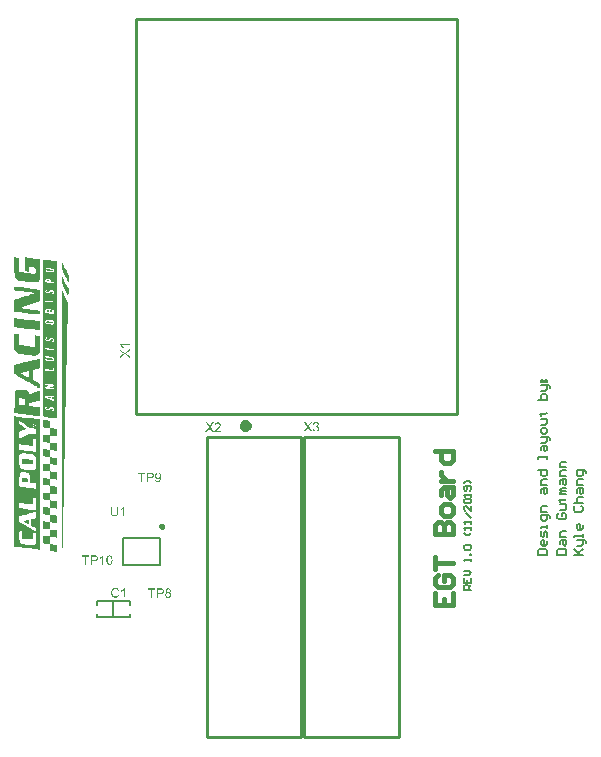
<source format=gto>
%FSLAX23Y23*%
%MOIN*%
%SFA1B1*%

%IPPOS*%
%ADD10C,0.009840*%
%ADD11C,0.019680*%
%ADD12C,0.005910*%
%ADD13C,0.007870*%
%ADD14C,0.010000*%
%ADD15C,0.015750*%
%LNegt_can-1*%
%LPD*%
G36*
X145Y1250D02*
X148D01*
X152Y1249*
X158Y1248*
X166Y1247*
X167*
X170Y1246*
X173*
X178Y1246*
X183Y1245*
X186*
X189Y1244*
X191*
Y1240*
X191Y1236*
Y1195*
X191Y1189*
Y1178*
X190Y1176*
X189Y1175*
X188Y1172*
X184Y1169*
X182Y1168*
X178Y1167*
X178*
X176*
X173*
X170*
X165*
X158Y1168*
X149Y1168*
X148*
X146Y1169*
X142Y1170*
X138Y1170*
X133*
X129Y1171*
X126Y1172*
X124*
X124*
X123Y1173*
X119Y1174*
X114Y1177*
X110Y1181*
X109Y1182*
X108Y1184*
X108Y1185*
Y1188*
X107Y1189*
Y1195*
X106Y1201*
Y1251*
X108*
X108*
X111Y1250*
X114Y1249*
X120Y1248*
Y1205*
X121Y1204*
X122Y1203*
X124Y1201*
X125*
X126*
X128*
X131Y1200*
X135Y1200*
X141Y1199*
X149Y1198*
X150*
X153Y1197*
X156*
X161Y1197*
X165Y1196*
X169*
X172Y1195*
X173*
X174*
X175Y1196*
X176Y1197*
X178Y1198*
Y1208*
X177Y1211*
X176Y1213*
Y1213*
X175Y1214*
X173Y1216*
X173Y1216*
X170Y1217*
X167Y1218*
X164*
X159Y1219*
X155*
Y1203*
X154*
X153*
X151*
X147Y1204*
X141Y1205*
Y1247*
X142Y1250*
Y1251*
X143*
X145Y1250*
G37*
G36*
X267Y1233D02*
X267Y1232D01*
X269Y1229*
X270Y1225*
X273Y1219*
X277Y1212*
X288Y1188*
Y1178*
X287Y1174*
Y1167*
X286Y1168*
X286Y1170*
X284Y1172*
X283Y1176*
X280Y1181*
X276Y1188*
X265Y1211*
Y1233*
X266Y1234*
Y1235*
X267Y1233*
G37*
G36*
Y1186D02*
X267Y1184D01*
X268Y1182*
X270Y1178*
X272Y1173*
X276Y1165*
X287Y1144*
Y1131*
X286Y1127*
X286Y1123*
Y1122*
X285Y1122*
X284Y1124*
X283Y1127*
X282Y1128*
X280Y1132*
X278Y1136*
X276Y1142*
X265Y1164*
Y1186*
X266Y1187*
Y1187*
X267Y1186*
G37*
G36*
X113Y1152D02*
X114D01*
X117*
X122Y1152*
X129Y1151*
X130*
X130*
X135Y1150*
X142Y1149*
X149Y1148*
X190Y1143*
Y1105*
X156Y1093*
X155*
X154Y1092*
X151Y1091*
X145Y1089*
X139Y1087*
X138*
X138Y1086*
X135Y1085*
X130Y1084*
X127Y1082*
X126*
X124Y1082*
X122Y1081*
X124*
X127Y1080*
X130*
X137Y1079*
X145Y1079*
X150Y1078*
X156Y1077*
X157*
X161Y1076*
X166Y1076*
X173Y1075*
X178Y1074*
X184Y1074*
X188Y1073*
X189Y1072*
X190*
X191*
Y1060*
X190*
X189*
X188*
X185Y1060*
X180*
X173Y1062*
X168*
X162Y1063*
X156Y1063*
X149Y1064*
X148*
X148*
X146Y1065*
X143*
X136Y1065*
X128Y1067*
X121Y1068*
X114Y1068*
X111*
X109Y1069*
X108*
X108*
X106Y1070*
Y1108*
X113Y1111*
X113*
X116Y1111*
X119Y1112*
X119*
X121Y1114*
X126Y1114*
X131Y1117*
X132Y1117*
X136Y1118*
X140Y1120*
X146Y1122*
X147Y1122*
X151Y1123*
X155Y1125*
X160Y1127*
X161Y1127*
X164Y1128*
X167Y1129*
X171Y1130*
X172*
X173Y1130*
X174Y1131*
X175Y1132*
X174*
X173Y1133*
X170*
X167Y1133*
X161Y1134*
X152Y1135*
X147Y1135*
X141Y1136*
X140*
X140*
X136Y1137*
X130Y1138*
X124Y1138*
X118*
X113Y1139*
X108Y1140*
X108*
X107*
X106Y1141*
Y1150*
X107Y1152*
X108Y1153*
X108*
X110*
X113Y1152*
G37*
G36*
X113Y1047D02*
X118Y1046D01*
X121*
X125Y1045*
X130Y1044*
X135Y1044*
X142Y1043*
X149Y1042*
X150*
X151*
X156Y1041*
X162Y1041*
X170Y1040*
X177Y1039*
X184Y1039*
X189Y1038*
X190*
X191*
Y1036*
X191Y1034*
Y1007*
X190*
X189*
X187Y1008*
X184*
X179Y1009*
X172Y1010*
X167Y1011*
X162Y1012*
X155Y1012*
X148Y1013*
X106Y1018*
Y1047*
X108*
X108*
X110*
X113Y1047*
G37*
G36*
X120Y996D02*
Y967D01*
X121Y964*
Y962*
X121Y961*
X122Y961*
X123Y960*
X124Y959*
X126*
X127Y958*
X130Y958*
X135*
X141Y956*
X149Y955*
X173Y952*
X175Y953*
X175*
X176Y954*
Y990*
X178*
X178*
X181Y989*
X184Y988*
X191Y987*
Y947*
X191Y942*
Y937*
X190Y933*
X189Y931*
X189Y930*
X187Y928*
X186Y927*
X184Y926*
X181Y924*
X175Y923*
X175*
X173*
X171Y923*
X168*
X164Y924*
X157Y925*
X150Y926*
X148*
X146Y926*
X142*
X137Y927*
X132Y928*
X127Y928*
X124Y929*
X121*
X121*
X119Y930*
X115Y933*
X110Y937*
X108Y941*
X106Y944*
Y996*
X108*
X108*
X111*
X115*
X120Y996*
G37*
G36*
X191Y881D02*
X181Y878D01*
X180*
X179Y877*
X175Y877*
X171Y876*
X170Y875*
X170*
X169*
Y841*
X181Y835*
X191Y828*
Y814*
X190Y815*
X186Y816*
X183Y818*
X181Y820*
X175Y822*
X170Y826*
X164Y829*
X156Y834*
X146Y839*
X135Y845*
X123Y853*
X108Y861*
X106Y861*
Y891*
X143Y900*
X144Y901*
X148Y901*
X154Y904*
X162Y905*
X162*
X163Y906*
X167Y907*
X173Y908*
X178Y909*
X178*
X181Y910*
X183Y911*
X184*
X191Y912*
Y881*
G37*
G36*
X133Y808D02*
X134D01*
X135*
X140Y807*
X146*
X148Y807*
X149*
X150Y806*
X151Y805*
X154Y801*
X155Y796*
Y794*
X156*
X157Y795*
X159Y796*
X163Y796*
X167Y798*
X173Y800*
X174*
X176Y801*
X179Y802*
X182Y804*
X186Y805*
X189Y806*
X191Y807*
X191*
Y774*
X189Y773*
X189*
X187Y772*
X186*
X185Y772*
X183Y771*
X180Y770*
X179*
X177Y770*
X174Y769*
X172*
X155Y764*
Y756*
X156Y755*
X156*
X158*
X160*
X163Y754*
X167*
X173Y753*
X174*
X176Y753*
X179Y752*
X182Y751*
X183*
X184*
X189Y751*
X190*
X191*
X191*
Y721*
X190*
X189*
X188*
X185Y721*
X180Y722*
X173Y723*
X168Y724*
X162Y724*
X156Y725*
X149Y726*
X148*
X148*
X143Y727*
X136Y727*
X129Y729*
X121Y729*
X114Y730*
X110Y731*
X108Y732*
X108*
X106*
X108Y765*
Y802*
X108Y802*
X109Y805*
X111Y807*
X113Y808*
X114*
X116Y809*
X117*
X120*
X123*
X127*
X133Y808*
G37*
G36*
X211Y1242D02*
X218Y1241D01*
X226Y1240*
X236Y1239*
X248Y1237*
X249*
Y714*
X248*
X248*
X246*
X243*
X239Y715*
X232Y716*
X224Y716*
X213Y718*
X201Y720*
X200*
Y1211*
X201Y1219*
Y1243*
X202*
X203*
X207*
X211Y1242*
G37*
G36*
X207Y708D02*
X208D01*
X208*
X213Y707*
X224Y705*
Y681*
X226*
X227*
X229Y681*
X232*
X237Y680*
X237*
X238*
X243Y679*
X247Y678*
X248*
X249*
Y654*
X248*
X247*
X245Y654*
X243*
X240*
X237Y655*
X236*
X235*
X231Y656*
X226Y657*
X225*
X224*
Y633*
X237Y631*
X237*
X238*
X243*
X247Y630*
X248*
X249*
Y605*
X248*
X247*
X245Y606*
X243*
X240*
X237Y607*
X236*
X235*
X231Y608*
X226Y608*
X225*
X224*
Y585*
X237Y583*
X237*
X238*
X243*
X246Y582*
X248*
X248*
X249*
Y557*
X248*
X247*
X245*
X243Y558*
X240*
X237Y559*
X232Y560*
X226Y560*
X224*
Y537*
X222*
X221Y538*
X218*
X216*
X212Y538*
X211*
X210*
X206Y539*
X202Y540*
X201*
X200*
Y563*
X201*
X202*
X204*
X205*
X208Y562*
X212*
X213*
X213*
X218Y562*
X221Y561*
X223*
X224Y560*
X224*
Y585*
X213Y586*
X212*
X210*
X207Y587*
X202Y587*
X202Y588*
X201*
X200*
Y611*
X202*
X203*
X205*
X209Y611*
X213Y610*
X218Y609*
X224Y608*
X224*
Y632*
X224Y633*
X223*
X221*
X218*
X212Y634*
X211*
X210*
X206Y635*
X202Y635*
X201*
X200*
Y660*
X202*
X203Y659*
X205*
X208Y659*
X212Y658*
X213*
X213*
X218Y657*
X222Y657*
X224*
X224*
Y681*
X224Y681*
X222*
X221Y682*
X218*
X216*
X212Y683*
X200Y684*
Y708*
X201*
X202*
X203*
X207Y708*
G37*
G36*
X230Y536D02*
X233Y536D01*
X237Y535*
X237*
X238*
X242*
X245Y534*
X248*
X249*
Y509*
X247*
X245Y510*
X243*
X240*
X237Y511*
X236*
X234*
X230Y511*
X226Y512*
X225*
X224*
Y489*
X224*
X223*
X221Y490*
X218*
X214Y490*
X206Y491*
X203Y492*
X200*
Y515*
X201*
X202*
X204Y514*
X206*
X210Y514*
X217Y513*
X221Y512*
X224*
Y514*
X224Y515*
Y537*
X225*
X226*
X230Y536*
G37*
G36*
X228Y488D02*
X230D01*
X234Y487*
X237Y487*
X249Y486*
Y461*
X248*
X246Y462*
X244*
X241*
X237Y463*
X237*
X235*
X232Y463*
X227Y464*
X226*
X225*
X224Y463*
Y440*
X224*
X222*
X221Y441*
X218*
X216*
X212Y441*
X200Y444*
Y467*
X201*
X202*
X204Y466*
X208*
X211Y466*
X216Y465*
X219*
X222Y464*
X224*
Y466*
X224Y467*
Y489*
X225*
X226*
X228Y488*
G37*
G36*
X231Y439D02*
X234D01*
X237Y439*
X249Y437*
Y413*
X248*
X248*
X245Y414*
X243*
X239Y414*
X231Y415*
X227Y416*
X224*
Y394*
X225Y393*
Y392*
X226*
X229*
X231Y391*
X234*
X237Y390*
X238*
X239*
X243Y390*
X247Y389*
X248*
X249*
Y365*
X247*
X245Y366*
X243*
X240*
X237Y366*
X236*
X234*
X230Y367*
X226Y368*
X225*
X224*
Y344*
X222*
X221Y345*
X218*
X216*
X212Y345*
X211*
X210*
X206Y346*
X202Y347*
X201*
X200*
Y371*
X201Y371*
X202*
X204*
X206Y370*
X209*
X213Y369*
X224Y369*
X224Y380*
Y392*
X212Y393*
X211*
X210*
X206Y394*
X202Y395*
X201*
X200*
Y417*
X201Y418*
Y419*
X202*
X204*
X206Y418*
X209*
X213Y417*
X213*
X214*
X218Y417*
X222Y416*
X224*
X224*
Y440*
X226*
X227*
X229*
X231Y439*
G37*
G36*
X227Y343D02*
X229D01*
X232Y342*
X237Y342*
X249Y341*
Y316*
X248*
X246Y317*
X244*
X241*
X237Y318*
X237*
X235*
X232Y318*
X227Y319*
X226*
X225*
X224Y318*
Y296*
X224*
X222*
X221*
X218*
X216Y296*
X212*
X200Y299*
Y323*
X201Y322*
X202*
X204*
X207Y321*
X210*
X218Y320*
X221*
X224*
Y322*
X224Y323*
Y344*
X226*
X227Y343*
G37*
G36*
X267Y1139D02*
X267Y1138D01*
X268Y1135*
X270Y1131*
X272Y1126*
X276Y1119*
X286Y1099*
X276Y683*
Y673*
X275Y665*
Y644*
X275Y632*
Y618*
X274Y603*
Y587*
X273Y569*
Y551*
X272Y514*
X271Y475*
X270Y436*
X269Y398*
Y380*
X268Y363*
Y347*
X267Y331*
Y318*
X267Y305*
Y285*
X266Y277*
Y312*
X265Y321*
Y1087*
X266Y1100*
Y1140*
X267Y1139*
G37*
G36*
X108Y720D02*
X108D01*
X110*
X113Y719*
X119Y718*
X126Y718*
X130Y717*
X136Y716*
X143Y716*
X150Y715*
X191Y710*
Y276*
X190*
X189*
X187*
X184Y277*
X179Y277*
X172Y278*
X167Y279*
X162Y280*
X156Y280*
X149Y281*
X148*
X148*
X146Y282*
X143*
X136Y283*
X128Y284*
X121Y285*
X114Y285*
X111*
X109Y286*
X108*
X108*
X106*
Y721*
X108Y720*
G37*
G36*
X229Y295D02*
X233Y294D01*
X237Y293*
X249Y293*
Y268*
X248*
X246Y269*
X245*
X245Y269*
X241*
X240*
X239Y270*
X235*
X224Y271*
Y296*
X226*
X229Y295*
G37*
G36*
X1088Y687D02*
X1099Y670D01*
X1094*
X1086Y681*
X1086Y681*
X1086Y682*
X1086Y682*
X1086Y682*
X1086Y683*
X1085Y683*
X1085Y683*
X1085Y683*
X1085Y683*
X1085Y682*
X1084Y682*
X1084Y681*
X1084Y681*
X1076Y670*
X1071*
X1083Y686*
X1072Y702*
X1077*
X1083Y694*
Y694*
X1083Y694*
X1083Y693*
X1083Y693*
X1083Y693*
X1084Y692*
X1084Y692*
X1085Y691*
X1085Y690*
X1085Y690*
X1085Y690*
X1085Y690*
X1086Y690*
X1086Y691*
X1086Y691*
X1087Y692*
X1087Y693*
X1088Y693*
X1094Y702*
X1099*
X1088Y687*
G37*
G36*
X1112Y702D02*
X1113Y702D01*
X1114Y702*
X1115Y701*
X1115Y701*
X1116Y701*
X1116*
X1116Y701*
X1117Y701*
X1117Y700*
X1117Y700*
X1118Y699*
X1119Y699*
X1119Y698*
X1120Y698*
X1120Y698*
X1120Y697*
X1120Y697*
X1120Y696*
X1120Y696*
X1121Y695*
X1121Y694*
X1121Y694*
Y694*
Y693*
X1121Y693*
X1121Y692*
X1120Y692*
X1120Y691*
X1120Y691*
X1120Y690*
X1120Y690*
X1119Y690*
X1119Y689*
X1119Y689*
X1118Y689*
X1118Y688*
X1117Y688*
X1116Y687*
X1116*
X1117Y687*
X1117Y687*
X1117Y687*
X1117Y687*
X1118Y687*
X1119Y686*
X1119Y686*
X1120Y685*
X1121Y685*
X1121Y684*
X1121Y684*
X1121Y684*
X1122Y683*
X1122Y682*
X1122Y682*
X1122Y681*
X1122Y679*
Y679*
Y679*
Y679*
X1122Y679*
X1122Y678*
X1122Y678*
X1122Y678*
X1122Y677*
X1122Y676*
X1121Y675*
X1121Y675*
X1121Y674*
X1120Y674*
X1120Y673*
X1119Y673*
X1119Y672*
X1119Y672*
X1119Y672*
X1119Y672*
X1118Y672*
X1118Y672*
X1118Y671*
X1117Y671*
X1117Y671*
X1116Y671*
X1115Y670*
X1115Y670*
X1114Y670*
X1113Y670*
X1113Y670*
X1112Y670*
X1111*
X1111Y670*
X1111Y670*
X1110Y670*
X1110Y670*
X1109Y670*
X1108Y670*
X1107Y671*
X1106Y671*
X1106Y671*
X1105Y672*
X1105Y672*
X1105Y672*
X1105Y672*
X1104Y672*
X1104Y673*
X1104Y673*
X1104Y673*
X1104Y673*
X1103Y674*
X1103Y674*
X1103Y675*
X1102Y676*
X1102Y677*
X1102Y678*
X1102Y679*
X1106Y679*
Y679*
X1106Y679*
X1106Y679*
X1106Y678*
X1106Y678*
X1106Y678*
X1106Y677*
X1106Y676*
X1107Y676*
X1107Y675*
X1108Y674*
X1108Y674*
X1108Y674*
X1108Y674*
X1109Y674*
X1109Y673*
X1110Y673*
X1111Y673*
X1112Y673*
X1112*
X1112Y673*
X1113Y673*
X1113Y673*
X1114Y673*
X1115Y674*
X1116Y674*
X1116Y675*
X1116Y675*
X1117Y675*
X1117Y675*
X1117Y676*
X1118Y677*
X1118Y677*
X1118Y678*
X1118Y679*
Y679*
Y680*
Y680*
X1118Y680*
X1118Y680*
X1118Y681*
X1118Y682*
X1117Y682*
X1117Y683*
X1116Y684*
X1116Y684*
X1116Y684*
X1116Y684*
X1115Y685*
X1115Y685*
X1114Y685*
X1113Y685*
X1112Y686*
X1112*
X1111Y685*
X1111Y685*
X1110Y685*
X1110Y685*
X1109Y685*
X1110Y689*
X1110*
X1110Y688*
X1111*
X1111Y689*
X1112Y689*
X1113Y689*
X1113Y689*
X1114Y689*
X1115Y690*
X1115*
X1115Y690*
X1115Y690*
X1115Y690*
X1116Y691*
X1116Y691*
X1116Y692*
X1117Y693*
X1117Y693*
Y694*
Y694*
Y694*
Y694*
X1117Y694*
X1117Y695*
X1116Y696*
X1116Y696*
X1116Y697*
X1115Y697*
X1115Y697*
X1115Y697*
X1115Y698*
X1114Y698*
X1114Y698*
X1113Y698*
X1112Y699*
X1112Y699*
X1111*
X1111Y699*
X1110Y698*
X1110Y698*
X1109Y698*
X1108Y698*
X1108Y697*
X1108Y697*
X1108Y697*
X1107Y697*
X1107Y696*
X1107Y696*
X1106Y695*
X1106Y694*
X1106Y693*
X1102Y694*
Y694*
X1102Y694*
X1102Y694*
X1102Y694*
X1102Y695*
X1102Y695*
X1103Y696*
X1103Y697*
X1104Y698*
X1104Y699*
X1105Y700*
X1105Y700*
X1105Y700*
X1106Y700*
X1106Y700*
X1106Y700*
X1106Y700*
X1107Y701*
X1107Y701*
X1108Y701*
X1109Y702*
X1110Y702*
X1111Y702*
X1112*
X1112Y702*
G37*
G36*
X452Y401D02*
Y401D01*
Y401*
Y400*
Y400*
X452Y400*
Y399*
X452Y399*
X452Y398*
X452Y397*
X452Y396*
X452Y394*
X451Y394*
X451Y393*
Y393*
X451Y393*
X451Y393*
X451Y393*
X451Y392*
X450Y392*
X450Y391*
X449Y390*
X448Y389*
X447Y389*
X447*
X447Y389*
X447Y389*
X447Y388*
X446Y388*
X446Y388*
X446Y388*
X445Y388*
X445Y388*
X444Y388*
X444Y387*
X443Y387*
X442Y387*
X442Y387*
X440Y387*
X440*
X439Y387*
X439*
X438Y387*
X438Y387*
X437Y387*
X436Y387*
X435Y388*
X434Y388*
X433Y388*
X433*
X433Y389*
X432Y389*
X432Y389*
X432Y389*
X431Y390*
X430Y390*
X430Y391*
X429Y392*
X429Y393*
Y393*
X429Y393*
X429Y393*
X429Y393*
X428Y394*
X428Y394*
X428Y394*
X428Y395*
X428Y396*
X428Y396*
X428Y397*
X428Y397*
X428Y398*
X428Y399*
X428Y400*
Y401*
Y419*
X432*
Y401*
Y401*
Y401*
Y400*
Y400*
X432Y400*
Y399*
X432Y399*
X432Y398*
X432Y397*
X432Y396*
X432Y395*
X432Y395*
X432Y395*
X433Y394*
X433Y394*
X433Y394*
X433Y393*
X434Y393*
X434Y392*
X435Y392*
X435Y392*
X435Y392*
X436Y391*
X436Y391*
X437Y391*
X438Y391*
X439Y391*
X440Y391*
X440*
X440Y391*
X441*
X441Y391*
X442Y391*
X443Y391*
X444Y392*
X445Y392*
X446Y392*
X446Y393*
X446Y393*
X446Y393*
X446Y393*
X446Y393*
X447Y393*
X447Y394*
X447Y394*
X447Y395*
X447Y395*
X447Y396*
X448Y396*
X448Y397*
X448Y398*
X448Y399*
X448Y400*
Y401*
Y419*
X452*
Y401*
G37*
G36*
X472Y388D02*
X468D01*
Y412*
X468Y412*
X468Y412*
X468Y412*
X467Y411*
X467Y411*
X466Y410*
X465Y410*
X465Y409*
X465*
X465Y409*
X464Y409*
X464Y409*
X463Y409*
X463Y408*
X462Y408*
X461Y408*
X461Y407*
Y411*
X461*
X461Y411*
X461Y411*
X461Y411*
X461Y412*
X462Y412*
X462Y412*
X463Y413*
X464Y413*
X465Y414*
X466Y415*
X466Y415*
X466Y415*
X466Y415*
X467Y415*
X467Y416*
X468Y416*
X468Y417*
X469Y418*
X469Y418*
X470Y419*
X472*
Y388*
G37*
G36*
X760Y685D02*
X772Y668D01*
X766*
X758Y679*
X758Y679*
X758Y680*
X758Y680*
X758Y680*
X758Y681*
X757Y681*
X757Y681*
X757Y681*
X757Y681*
X757Y680*
X756Y680*
X756Y679*
X756Y679*
X748Y668*
X743*
X755Y685*
X744Y700*
X749*
X755Y692*
Y692*
X755Y692*
X755Y691*
X755Y691*
X755Y691*
X756Y690*
X756Y690*
X757Y689*
X757Y688*
X757Y688*
X757Y688*
X758Y688*
X758Y688*
X758Y689*
X758Y689*
X759Y690*
X759Y691*
X760Y691*
X766Y700*
X771*
X760Y685*
G37*
G36*
X785Y700D02*
X785Y700D01*
X786Y700*
X786Y700*
X787Y700*
X788Y699*
X789Y699*
X790Y698*
X790Y698*
X791Y698*
X791Y697*
X791Y697*
X791Y697*
X792Y697*
X792Y697*
X792Y697*
X792Y696*
X792Y696*
X793Y696*
X793Y695*
X794Y694*
X794Y693*
X794Y692*
X794Y692*
X794Y691*
Y691*
Y691*
X794Y690*
X794Y690*
X794Y689*
X794Y689*
X793Y688*
X793Y687*
X793Y687*
X793Y687*
X793Y687*
X793Y686*
X792Y686*
X792Y685*
X791Y684*
X791Y684*
X791Y683*
X790Y683*
X790Y683*
X790Y683*
X790Y682*
X789Y682*
X789Y682*
X788Y681*
X788Y681*
X787Y680*
X787Y680*
X786Y679*
X785Y679*
X785Y678*
X785Y678*
X785Y678*
X784Y678*
X784Y678*
X784Y677*
X784Y677*
X783Y676*
X782Y676*
X781Y675*
X781Y674*
X780Y674*
X780Y674*
X780Y674*
X780Y674*
X780Y674*
X780Y673*
X779Y673*
X779Y673*
X779Y672*
X794*
Y668*
X773*
Y668*
Y668*
Y669*
X773Y669*
X773Y670*
X773Y670*
X773Y670*
X774Y671*
Y671*
X774Y671*
X774Y671*
X774Y672*
X774Y672*
X775Y673*
X775Y674*
X776Y674*
X776Y675*
Y675*
X776Y675*
X777Y675*
X777Y676*
X778Y676*
X778Y677*
X779Y678*
X780Y679*
X781Y680*
X781Y680*
X781Y680*
X782Y680*
X782Y681*
X782Y681*
X783Y681*
X783Y682*
X784Y682*
X785Y683*
X786Y684*
X787Y685*
X787Y686*
X788Y686*
X788Y687*
Y687*
X788Y687*
X788Y687*
X788Y687*
X789Y687*
X789Y688*
X789Y689*
X790Y690*
X790Y690*
X790Y691*
Y691*
Y691*
X790Y692*
X790Y692*
X790Y693*
X790Y693*
X789Y694*
X789Y694*
X788Y695*
X788Y695*
X788Y695*
X788Y696*
X787Y696*
X787Y696*
X786Y696*
X785Y697*
X784Y697*
X784*
X784Y697*
X783Y697*
X782Y696*
X782Y696*
X781Y696*
X780Y696*
X780Y695*
X779Y695*
X779Y695*
X779Y694*
X779Y694*
X778Y693*
X778Y692*
X778Y691*
X778Y690*
X774Y691*
Y691*
X774Y691*
Y691*
X774Y691*
X774Y692*
X774Y692*
X774Y693*
X774Y693*
X775Y694*
X775Y695*
X776Y696*
X776Y697*
X777Y697*
X777Y697*
X777Y698*
X777Y698*
X777Y698*
X777Y698*
X778Y698*
X778Y698*
X778Y698*
X779Y699*
X779Y699*
X780Y699*
X781Y699*
X781Y699*
X782Y700*
X783Y700*
X783Y700*
X784Y700*
X785*
X785Y700*
G37*
G36*
X490Y957D02*
X465D01*
X466Y957*
X466Y956*
X466Y956*
X466Y956*
X467Y955*
X467Y955*
X468Y954*
X468Y953*
Y953*
X468Y953*
X468Y953*
X469Y952*
X469Y952*
X469Y951*
X470Y950*
X470Y950*
X470Y949*
X466*
Y949*
X466Y949*
X466Y949*
X466Y950*
X466Y950*
X466Y950*
X465Y951*
X465Y952*
X464Y953*
X463Y954*
X463Y955*
X463Y955*
X463Y955*
X462Y955*
X462Y955*
X462Y955*
X461Y956*
X461Y957*
X460Y957*
X459Y958*
X458Y958*
Y961*
X490*
Y957*
G37*
G36*
Y939D02*
X479Y931D01*
X479Y931*
X479Y931*
X479Y931*
X478Y930*
X478Y930*
X477Y930*
X477Y929*
X477Y929*
X477Y929*
X478Y929*
X479Y928*
X479Y928*
X479Y928*
X490Y920*
Y915*
X474Y927*
X459Y916*
Y921*
X467Y927*
X467*
X467Y927*
X467Y927*
X467Y927*
X468Y928*
X468Y928*
X469Y929*
X469Y929*
X470Y929*
X471Y930*
X470Y930*
X470Y930*
X470Y930*
X469Y930*
X469Y931*
X468Y931*
X468Y932*
X467Y932*
X459Y939*
Y943*
X474Y932*
X490Y944*
Y939*
G37*
G36*
X594Y147D02*
X595Y147D01*
X596Y147*
X597Y147*
X597Y147*
X598*
X598Y147*
X598Y146*
X599Y146*
X599Y146*
X600Y146*
X601Y146*
X601Y145*
X601Y145*
X602Y145*
X602Y145*
X602Y144*
X603Y144*
X603Y143*
X603Y143*
X604Y142*
X604Y142*
X604Y142*
X604Y141*
X604Y141*
X604Y140*
X605Y140*
X605Y139*
X605Y138*
Y138*
Y138*
Y137*
X605Y137*
X605Y137*
X605Y136*
X605Y136*
X604Y135*
X604Y134*
X604Y134*
X604Y133*
X603Y133*
X603Y132*
X603Y132*
X602Y131*
X602Y131*
X602Y131*
X602Y131*
X602Y131*
X601Y130*
X601Y130*
X601Y130*
X600Y130*
X600Y129*
X599Y129*
X598Y129*
X597Y129*
X596Y129*
X595Y128*
X594Y128*
X593Y128*
X585*
Y116*
X581*
Y147*
X594*
X594Y147*
G37*
G36*
X576Y143D02*
X566D01*
Y116*
X562*
Y143*
X552*
Y147*
X576*
Y143*
G37*
G36*
X619Y147D02*
X620Y147D01*
X620Y147*
X621Y147*
X621Y147*
X622Y147*
X623Y146*
X624Y146*
X624Y146*
X625Y145*
X625Y145*
X625Y145*
X625Y145*
X626Y144*
X626Y144*
X626Y144*
X626Y144*
X627Y143*
X627Y142*
X628Y141*
X628Y140*
X628Y139*
X628Y139*
Y139*
Y139*
Y138*
X628Y138*
X628Y138*
X628Y137*
X627Y136*
X627Y136*
X627Y135*
X627Y135*
X627Y135*
X626Y134*
X626Y134*
X625Y134*
X625Y133*
X624Y133*
X623Y133*
X623*
X623Y132*
X624Y132*
X624Y132*
X624Y132*
X625Y132*
X626Y131*
X626Y131*
X627Y130*
X628Y129*
Y129*
X628Y129*
X628Y129*
X628Y129*
X628Y128*
X629Y127*
X629Y126*
X629Y126*
X629Y124*
Y124*
Y124*
Y124*
X629Y124*
X629Y123*
X629Y123*
X629Y123*
X629Y122*
X629Y121*
X628Y120*
X628Y120*
X628Y119*
X627Y119*
X627Y118*
X626Y118*
X626Y118*
X626Y118*
X626Y117*
X626Y117*
X626Y117*
X625Y117*
X625Y117*
X624Y116*
X624Y116*
X623Y116*
X623Y116*
X622Y115*
X621Y115*
X620Y115*
X620Y115*
X619Y115*
X618*
X618Y115*
X618Y115*
X617Y115*
X617Y115*
X616Y115*
X615Y116*
X614Y116*
X614Y116*
X613Y116*
X612Y117*
X612Y117*
X611Y118*
X611Y118*
X611Y118*
X611Y118*
X611Y118*
X611Y118*
X610Y119*
X610Y119*
X610Y120*
X610Y120*
X609Y121*
X609Y122*
X609Y122*
X609Y123*
X609Y124*
X608Y125*
Y125*
Y125*
Y125*
X609Y125*
Y125*
X609Y126*
X609Y126*
X609Y127*
X609Y128*
X610Y129*
X610Y130*
Y130*
X610Y130*
X610Y130*
X611Y130*
X611Y131*
X612Y131*
X613Y132*
X613Y132*
X614Y133*
X614*
X614Y133*
X614Y133*
X614Y133*
X614Y133*
X613Y133*
X613Y134*
X612Y134*
X611Y134*
X611Y135*
X611Y135*
X611Y135*
X611Y136*
X610Y136*
X610Y137*
X610Y137*
X610Y138*
X610Y139*
Y139*
Y139*
Y139*
X610Y140*
X610Y140*
X610Y140*
X610Y141*
X610Y142*
X611Y143*
X611Y143*
X611Y144*
X612Y144*
X612Y145*
X612Y145*
X612Y145*
X612Y145*
X613Y145*
X613Y145*
X613Y145*
X614Y146*
X614Y146*
X614Y146*
X615Y146*
X615Y147*
X616Y147*
X617Y147*
X618Y147*
X619Y147*
X619*
X619Y147*
G37*
G36*
X403Y226D02*
X399D01*
Y250*
X399Y250*
X399Y250*
X399Y250*
X398Y249*
X398Y249*
X397Y248*
X396Y248*
X396Y247*
X395*
X395Y247*
X395Y247*
X395Y247*
X394Y247*
X394Y246*
X393Y246*
X392Y246*
X391Y245*
Y249*
X392*
X392Y249*
X392Y249*
X392Y249*
X392Y250*
X393Y250*
X393Y250*
X394Y251*
X395Y251*
X396Y252*
X397Y253*
X397Y253*
X397Y253*
X397Y253*
X398Y253*
X398Y254*
X398Y254*
X399Y255*
X400Y256*
X400Y256*
X401Y257*
X403*
Y226*
G37*
G36*
X374Y257D02*
X375Y257D01*
X376Y257*
X377Y257*
X377Y257*
X378*
X378Y257*
X378Y256*
X379Y256*
X379Y256*
X380Y256*
X381Y256*
X381Y255*
X381Y255*
X382Y255*
X382Y255*
X382Y254*
X383Y254*
X383Y253*
X383Y253*
X384Y252*
X384Y252*
X384Y252*
X384Y251*
X384Y251*
X384Y250*
X385Y250*
X385Y249*
X385Y248*
Y248*
Y248*
Y247*
X385Y247*
X385Y247*
X385Y246*
X385Y246*
X384Y245*
X384Y244*
X384Y244*
X384Y243*
X383Y243*
X383Y242*
X383Y242*
X382Y241*
X382Y241*
X382Y241*
X382Y241*
X382Y241*
X381Y240*
X381Y240*
X381Y240*
X380Y240*
X380Y239*
X379Y239*
X378Y239*
X377Y239*
X376Y239*
X375Y238*
X374Y238*
X373Y238*
X365*
Y226*
X361*
Y257*
X374*
X374Y257*
G37*
G36*
X356Y253D02*
X346D01*
Y226*
X342*
Y253*
X332*
Y257*
X356*
Y253*
G37*
G36*
X424Y257D02*
X425Y257D01*
X425Y257*
X426Y257*
X427Y256*
X428Y256*
X428*
X428Y256*
X428Y256*
X428Y256*
X429Y255*
X429Y255*
X430Y254*
X430Y254*
X431Y253*
X431Y253*
X431Y253*
X431Y252*
X432Y252*
X432Y251*
X432Y250*
X433Y249*
X433Y248*
Y248*
X433Y248*
X433Y248*
X433Y248*
X433Y248*
X433Y247*
X433Y247*
X433Y246*
X433Y246*
X433Y245*
X433Y245*
X433Y244*
X434Y243*
Y243*
X434Y242*
Y241*
Y241*
Y241*
Y240*
Y240*
X434Y240*
Y239*
X433Y238*
X433Y238*
X433Y236*
X433Y235*
X433Y233*
X433Y233*
X432Y232*
Y232*
X432Y232*
X432Y232*
X432Y232*
X432Y231*
X432Y231*
X432Y230*
X431Y229*
X430Y228*
X430Y228*
X429Y227*
X429*
X429Y227*
X429Y227*
X429Y227*
X428Y226*
X428Y226*
X427Y226*
X427Y226*
X426Y225*
X425Y225*
X423Y225*
X423*
X423Y225*
X422Y225*
X422Y225*
X421Y225*
X421Y225*
X420Y226*
X420Y226*
X419Y226*
X418Y226*
X418Y227*
X417Y227*
X417Y228*
X416Y228*
X416Y228*
X416Y228*
X416Y229*
X416Y229*
X415Y229*
X415Y230*
X415Y231*
X415Y231*
X414Y232*
X414Y233*
X414Y234*
X413Y235*
X413Y237*
X413Y238*
X413Y239*
X413Y241*
Y241*
Y241*
Y242*
Y242*
X413Y242*
Y243*
X413Y244*
X413Y244*
X413Y246*
X413Y247*
X414Y249*
X414Y249*
X414Y250*
Y250*
X414Y250*
X414Y250*
X414Y251*
X414Y251*
X415Y251*
X415Y252*
X415Y253*
X416Y254*
X417Y255*
X418Y255*
X418*
X418Y255*
X418Y255*
X418Y256*
X418Y256*
X418Y256*
X419Y256*
X420Y257*
X421Y257*
X422Y257*
X423Y257*
X424*
X424Y257*
G37*
G36*
X585Y533D02*
X585D01*
X585Y533*
X586Y533*
X587Y533*
X588Y532*
X589Y532*
X590Y531*
X590*
X590Y531*
X590Y531*
X590Y531*
X591Y531*
X591Y530*
X592Y530*
X593Y529*
X593Y528*
X594Y527*
Y527*
X594Y527*
X594Y526*
X594Y526*
X594Y526*
X594Y525*
X594Y525*
X595Y524*
X595Y524*
X595Y523*
X595Y522*
X595Y522*
X595Y521*
X595Y520*
X595Y519*
Y518*
Y518*
Y518*
Y517*
Y517*
X595Y516*
Y516*
X595Y515*
X595Y514*
X595Y513*
X595Y511*
X594Y510*
X594Y509*
X594Y508*
Y508*
X594Y508*
X594Y508*
X594Y508*
X594Y507*
X593Y507*
X593Y506*
X592Y505*
X592Y504*
X591Y504*
X590Y503*
X590*
X590Y503*
X590Y503*
X590Y503*
X589Y502*
X589Y502*
X589Y502*
X588Y502*
X587Y502*
X586Y501*
X585Y501*
X584Y501*
X584*
X583Y501*
X583*
X583Y501*
X582Y501*
X581Y501*
X580Y502*
X579Y502*
X578Y503*
X578Y503*
X578Y503*
X578Y503*
X578Y503*
X578Y503*
X577Y504*
X577Y504*
X577Y505*
X576Y505*
X576Y506*
X575Y507*
X575Y509*
X579Y509*
Y509*
X579Y509*
Y509*
X579Y509*
X579Y508*
X579Y508*
X579Y507*
X580Y506*
X580Y506*
X581Y505*
X581Y505*
X581Y505*
X581Y505*
X582Y505*
X582Y505*
X583Y504*
X583Y504*
X584Y504*
X584*
X585Y504*
X585Y504*
X586Y504*
X586Y504*
X587Y505*
X587Y505*
X587Y505*
X587Y505*
X588Y505*
X588Y506*
X588Y506*
X589Y506*
X589Y507*
X589Y507*
X589Y507*
X589Y507*
X590Y508*
X590Y508*
X590Y509*
X590Y509*
X591Y510*
X591Y511*
Y511*
X591Y511*
Y511*
X591Y511*
X591Y512*
X591Y512*
X591Y513*
X591Y514*
X591Y515*
X591Y516*
Y516*
Y516*
Y516*
Y516*
X591Y516*
X591Y516*
X591Y516*
X591Y515*
X590Y515*
X590Y514*
X589Y514*
X588Y513*
X588Y513*
X588Y513*
X587Y513*
X587Y513*
X586Y513*
X585Y512*
X585Y512*
X584Y512*
X583*
X583Y512*
X583Y512*
X582Y512*
X582Y512*
X582Y513*
X580Y513*
X580Y513*
X579Y513*
X579Y514*
X578Y514*
X578Y515*
X577Y515*
X577Y515*
X577Y515*
X577Y515*
X577Y516*
X577Y516*
X576Y516*
X576Y517*
X576Y517*
X576Y518*
X575Y518*
X575Y519*
X575Y519*
X575Y520*
X575Y521*
X575Y522*
X575Y522*
Y523*
Y523*
Y523*
X575Y523*
X575Y524*
X575Y524*
X575Y525*
X575Y525*
X575Y526*
X575Y527*
X576Y528*
X576Y528*
X576Y529*
X577Y530*
X577Y530*
X577Y530*
X577Y530*
X578Y530*
X578Y531*
X578Y531*
X578Y531*
X579Y531*
X579Y532*
X580Y532*
X580Y532*
X582Y533*
X582Y533*
X583Y533*
X584Y533*
X584Y533*
X585*
X585Y533*
G37*
G36*
X560Y533D02*
X561Y533D01*
X562Y533*
X563Y533*
X563Y533*
X564*
X564Y533*
X564Y532*
X565Y532*
X565Y532*
X566Y532*
X567Y532*
X567Y531*
X567Y531*
X568Y531*
X568Y531*
X568Y530*
X569Y530*
X569Y529*
X569Y529*
X570Y528*
X570Y528*
X570Y528*
X570Y527*
X570Y527*
X570Y526*
X571Y526*
X571Y525*
X571Y524*
Y524*
Y524*
Y523*
X571Y523*
X571Y523*
X571Y522*
X571Y522*
X570Y521*
X570Y520*
X570Y520*
X570Y519*
X569Y519*
X569Y518*
X569Y518*
X568Y517*
X568Y517*
X568Y517*
X568Y517*
X568Y517*
X567Y516*
X567Y516*
X567Y516*
X566Y516*
X566Y515*
X565Y515*
X564Y515*
X563Y515*
X562Y515*
X561Y514*
X560Y514*
X559Y514*
X551*
Y502*
X547*
Y533*
X560*
X560Y533*
G37*
G36*
X542Y529D02*
X532D01*
Y502*
X528*
Y529*
X518*
Y533*
X542*
Y529*
G37*
G36*
X444Y148D02*
X445Y148D01*
X445Y148*
X446Y148*
X446Y148*
X447Y148*
X449Y148*
X449Y147*
X450Y147*
X451Y147*
X451Y146*
X451Y146*
X451Y146*
X452Y146*
X452Y146*
X452Y145*
X452Y145*
X453Y145*
X453Y144*
X453Y144*
X454Y143*
X454Y143*
X455Y142*
X455Y142*
X455Y141*
X456Y140*
X456Y139*
X452Y138*
Y138*
X452Y139*
X452Y139*
X451Y139*
X451Y139*
X451Y140*
X451Y140*
X450Y141*
X450Y142*
X449Y143*
X448Y143*
X448Y143*
X448Y144*
X448Y144*
X447Y144*
X446Y144*
X445Y145*
X444Y145*
X443Y145*
X443*
X443Y145*
X442*
X442Y145*
X441Y145*
X440Y145*
X439Y144*
X438Y144*
X437Y143*
X437*
X437Y143*
X437Y143*
X436Y143*
X436Y142*
X435Y141*
X435Y141*
X434Y140*
X434Y139*
Y138*
X434Y138*
X434Y138*
X434Y138*
X434Y138*
X433Y137*
X433Y137*
X433Y136*
X433Y135*
X433Y134*
X433Y132*
Y132*
Y132*
Y132*
Y132*
X433Y131*
Y131*
X433Y131*
X433Y130*
X433Y129*
X433Y128*
X434Y127*
X434Y125*
Y125*
X434Y125*
X434Y125*
X434Y125*
X434Y124*
X435Y124*
X435Y123*
X436Y122*
X437Y122*
X438Y121*
X438*
X438Y121*
X438Y121*
X438Y121*
X438Y121*
X439Y121*
X439Y120*
X440Y120*
X441Y120*
X442Y120*
X443Y120*
X443*
X444Y120*
X444*
X444Y120*
X445Y120*
X446Y120*
X447Y120*
X448Y121*
X448Y121*
X449Y122*
X449Y122*
X449Y122*
X449Y122*
X449Y122*
X449Y122*
X450Y122*
X450Y123*
X450Y123*
X450Y123*
X451Y124*
X451Y124*
X451Y125*
X452Y125*
X452Y126*
X452Y127*
X452Y128*
X456Y126*
Y126*
X456Y126*
X456Y126*
X456Y126*
X456Y125*
X456Y125*
X456Y124*
X455Y124*
X455Y122*
X454Y121*
X453Y120*
X453Y120*
X452Y119*
X452Y119*
X452Y119*
X451Y119*
X451Y118*
X451Y118*
X451Y118*
X450Y118*
X450Y118*
X449Y117*
X449Y117*
X448Y117*
X447Y117*
X447Y116*
X446Y116*
X445Y116*
X444Y116*
X443Y116*
X443*
X442Y116*
X442*
X442Y116*
X441Y116*
X440Y116*
X439Y116*
X438Y117*
X436Y117*
X436Y118*
X435Y118*
X435Y118*
X435Y118*
X435Y118*
X435Y118*
X434Y119*
X434Y119*
X434Y119*
X433Y120*
X433Y120*
X432Y120*
X432Y121*
X431Y123*
X430Y124*
Y124*
X430Y124*
X430Y124*
X430Y125*
X430Y125*
X430Y126*
X429Y126*
X429Y127*
X429Y127*
X429Y128*
X429Y129*
X429Y131*
X429Y132*
Y133*
Y133*
Y133*
X429Y133*
Y134*
X429Y134*
X429Y135*
X429Y135*
X429Y137*
X429Y138*
X430Y140*
X430Y141*
X430Y141*
X430Y141*
X431Y141*
X431Y142*
X431Y142*
X431Y142*
X432Y143*
X433Y144*
X433Y145*
X434Y146*
X436Y147*
X436Y147*
X436Y147*
X436Y147*
X436Y147*
X437Y147*
X437Y147*
X437Y147*
X438Y148*
X439Y148*
X439Y148*
X440Y148*
X442Y148*
X443Y149*
X444*
X444Y148*
G37*
G36*
X474Y117D02*
X471D01*
Y141*
X471Y141*
X470Y141*
X470Y141*
X470Y140*
X469Y140*
X468Y139*
X468Y139*
X467Y138*
X467*
X467Y138*
X467Y138*
X466Y138*
X466Y138*
X465Y137*
X464Y137*
X464Y137*
X463Y136*
Y140*
X463*
X463Y140*
X463Y140*
X463Y140*
X464Y141*
X464Y141*
X465Y141*
X466Y142*
X467Y142*
X468Y143*
X469Y144*
X469Y144*
X469Y144*
X469Y144*
X469Y144*
X469Y145*
X470Y145*
X470Y146*
X471Y147*
X472Y147*
X472Y148*
X474*
Y117*
G37*
%LNegt_can-2*%
%LPC*%
G36*
X154Y872D02*
X152Y871D01*
X151*
X151Y870*
X146Y869*
X146*
X144*
X140Y869*
X139*
X138Y868*
X132Y866*
X128Y865*
X127Y864*
X126*
X127Y864*
X129Y863*
X133Y861*
X135Y860*
X138Y858*
X142Y856*
X148Y853*
X149Y853*
X151Y852*
X154Y850*
X155Y850*
Y861*
X154Y872*
G37*
G36*
X126Y780D02*
X123Y780D01*
X121Y779*
Y759*
X130Y759*
X131*
X132*
X135Y758*
X138Y757*
X140*
X140*
Y759*
X141Y761*
Y772*
X140Y775*
Y776*
X140Y777*
X138Y778*
X135Y779*
X133*
X130Y780*
X130*
X129*
X126Y780*
G37*
G36*
X220Y1215D02*
X216D01*
X214*
X213*
X212*
X211Y1213*
X210Y1212*
X210Y1211*
Y1206*
X211Y1205*
X213Y1203*
X215Y1202*
X216*
X219*
X222Y1201*
X225*
X226*
X229*
X233Y1200*
X234*
X234*
X235*
X237Y1202*
X238Y1203*
Y1208*
X237Y1211*
X236Y1211*
X234Y1212*
X231Y1213*
X226Y1214*
X225*
X224*
X220Y1215*
G37*
G36*
X218Y1179D02*
X218D01*
X217*
X214*
X213*
X213Y1178*
X210Y1178*
X209Y1176*
Y1167*
X223Y1165*
X224*
X225*
X230Y1165*
X234Y1164*
X237*
X237*
X238*
Y1168*
X237*
X236*
X232Y1168*
X228*
Y1173*
X227Y1175*
X226Y1176*
X225Y1177*
X224Y1178*
X221Y1178*
X218Y1179*
G37*
G36*
X216Y1143D02*
X215D01*
X214*
X213*
X211Y1142*
X210Y1141*
X210Y1140*
X209Y1139*
Y1135*
X210Y1134*
X211Y1133*
X212Y1132*
X214Y1130*
X217Y1130*
X219*
X221Y1130*
X222Y1131*
X224Y1133*
X226Y1134*
X226Y1135*
X227Y1135*
X229Y1136*
X231Y1137*
X232*
X232*
X234Y1135*
X234Y1134*
Y1132*
X234*
X232Y1131*
X231*
Y1127*
X232*
X233*
X234Y1128*
X235*
X237Y1129*
X238Y1131*
X239Y1133*
Y1135*
X238Y1137*
X237Y1139*
X236Y1140*
X234Y1141*
X232Y1141*
X229*
X229*
X227Y1141*
X225Y1140*
X223Y1138*
X222Y1137*
X221Y1136*
X218Y1135*
X217Y1134*
X216*
X215*
X213Y1135*
X213Y1136*
Y1138*
X213Y1138*
X216Y1139*
Y1143*
G37*
G36*
X209Y1108D02*
Y1103D01*
X211*
X213*
X216*
X219Y1102*
X224*
X224*
X226*
X231Y1101*
X235Y1100*
X237Y1100*
X238*
Y1103*
X237*
X237*
X235Y1104*
X234*
X233Y1105*
X231*
X228*
X227*
X225Y1106*
X220*
X219*
X217Y1106*
X213*
X212*
X211*
X210*
X210*
X209Y1108*
G37*
G36*
X218Y1079D02*
X216D01*
X211Y1077*
X210Y1076*
X210Y1075*
X209Y1074*
Y1066*
X210Y1065*
X211*
X213Y1065*
X216*
X219Y1064*
X224Y1063*
X224*
X226*
X231*
X235Y1063*
X237*
X238*
Y1071*
X237Y1072*
Y1074*
X237Y1074*
X235Y1076*
X234*
X233Y1076*
X229Y1078*
X228*
X227*
X226Y1077*
X225*
X224Y1076*
X224Y1076*
Y1075*
X223*
Y1076*
X221Y1077*
X221Y1078*
X218Y1079*
G37*
G36*
X219Y1041D02*
X216D01*
X215*
X214*
X213*
X213Y1041*
X210Y1040*
X209Y1038*
Y1035*
X210Y1033*
X211Y1030*
X214Y1029*
X216Y1028*
X218Y1028*
X221Y1027*
X224*
X225*
X228*
X232Y1026*
X234*
X234*
X235Y1027*
X237Y1028*
X238Y1030*
Y1031*
X239Y1034*
X237Y1037*
X236Y1039*
X234Y1040*
X233*
X232*
X229*
X224Y1041*
X223*
X222*
X219Y1041*
G37*
G36*
X215Y985D02*
X214D01*
X213*
X213Y984*
X211Y982*
X210Y982*
X210Y980*
X209Y979*
Y977*
X210Y974*
X211Y973*
X212Y972*
X214Y971*
X217Y970*
X219Y971*
X221Y971*
X222Y972*
X226Y975*
X226Y976*
X227Y977*
X229Y977*
X231Y978*
X232*
X232*
X234Y977*
X234Y976*
Y973*
X234*
X232Y971*
X231*
Y968*
X232*
X233*
X234Y969*
X235*
X237Y969*
X238Y972*
X239Y974*
Y975*
X238Y977*
X237Y979*
X236Y980*
X234Y981*
X232Y982*
X229Y982*
X229*
X227Y982*
X225Y980*
X223Y978*
X222Y977*
X221Y977*
X218Y976*
X217Y975*
X216*
X215*
X213Y976*
X213Y977*
Y978*
X213Y979*
X216Y979*
Y984*
X215Y985*
G37*
G36*
X211Y948D02*
X210D01*
X210*
X209*
Y944*
X211*
X213Y944*
X216*
X219Y943*
X224Y942*
X224*
X226*
X231Y942*
X235Y941*
X237Y940*
X238*
Y944*
X237*
X237*
X235*
X234*
X233Y945*
X231*
X228*
X227*
X225Y946*
X220Y947*
X219*
X217Y947*
X213*
X212*
X211Y948*
G37*
G36*
X216Y920D02*
X211D01*
X210*
X210*
X209*
Y918*
X210Y917*
X211*
X213*
X215Y916*
X218*
X221Y915*
X222*
X223*
X226Y915*
X231Y914*
X232*
X232*
X233Y913*
X234Y912*
X234Y911*
Y910*
X234Y909*
X233*
X232*
X231*
X229*
X227*
X224Y909*
X221*
X220*
X219*
X215Y910*
X211Y911*
X210*
X210*
X209*
Y907*
X210*
X210*
X213Y906*
X215*
X223Y905*
X232*
X233*
X235Y906*
X237Y907*
X238Y909*
Y909*
X239Y910*
X238Y912*
X237Y914*
Y915*
X237Y915*
X235Y917*
X234Y918*
X233*
X232*
X228Y918*
X225Y919*
X221Y920*
X221*
X219*
X216Y920*
G37*
G36*
X236Y883D02*
X235D01*
X234*
X234*
Y874*
X233*
X232*
X228Y875*
X225Y876*
X221Y877*
X221*
X220*
X216Y877*
X213*
X210*
X209*
Y873*
X210*
X211*
X216Y872*
X219*
X223Y872*
X224*
X225*
X229Y871*
X234Y870*
X236*
X237*
X238Y869*
Y881*
X237*
Y882*
X236Y883*
G37*
G36*
X213Y829D02*
X210D01*
X210*
X209*
Y825*
X210*
X211*
X213Y824*
X216*
X222Y823*
X229*
X227Y823*
X224Y822*
X222Y821*
X218*
X209Y819*
Y815*
X210Y814*
X211*
X213*
X216Y813*
X218*
X223Y813*
X224*
X225*
X229Y812*
X234Y811*
X236*
X237*
X238*
Y815*
X237*
X236*
X233*
X229Y816*
X228*
X227*
X224Y817*
X221Y818*
X221*
X224Y818*
X226*
X229Y819*
X238Y821*
Y826*
X236*
X234Y827*
X232*
X228*
X224Y828*
X223*
X221*
X217Y829*
X213Y829*
G37*
G36*
X238Y788D02*
X237D01*
X236*
X234*
X232*
X229Y787*
X225*
X224*
X223*
X218*
X213*
X211*
X210*
X209*
Y781*
X210*
X212Y780*
X214*
X218Y779*
X223Y778*
X229Y776*
X237Y773*
X238Y775*
Y777*
X237*
X237*
X235Y778*
X234Y778*
X232Y779*
Y784*
X232*
X234*
X237*
X238*
Y788*
G37*
G36*
X216Y753D02*
X215D01*
X214*
X213*
X211Y753*
X210Y751*
X209Y750*
Y746*
X210Y745*
X210Y744*
X211Y743*
X214Y740*
X218Y740*
X218*
X220Y740*
X222Y742*
X226Y745*
X227Y745*
X229Y748*
X230*
X232*
X233Y747*
X234Y746*
X234Y745*
Y744*
X234Y743*
X233Y743*
X232Y742*
X231*
Y737*
X232*
X233*
X234Y738*
X237Y740*
X238Y742*
Y745*
X237Y748*
X236Y750*
X232Y751*
X232*
X229*
X226Y750*
X223Y748*
X222Y747*
X221Y746*
X219Y745*
X218Y745*
X217*
X215*
X213Y745*
X213Y748*
Y748*
X213Y749*
X215*
X216*
Y753*
G37*
G36*
X171Y696D02*
X169Y695D01*
X167Y693*
Y689*
X168Y689*
X169Y688*
X171Y686*
X173Y686*
X174*
X175Y686*
X176Y687*
X178Y689*
Y691*
X176Y693*
X173Y695*
X173*
X171Y696*
G37*
G36*
X123Y705D02*
Y695D01*
X135Y687*
X136*
X137Y686*
X140Y683*
X144Y681*
X145Y680*
X146*
X144Y679*
X141Y678*
X139Y676*
X135Y675*
X123Y669*
Y647*
X124*
X125Y648*
X127*
X129Y649*
X132Y651*
X136Y652*
X141Y655*
X156Y663*
X167Y661*
X168*
X169*
X173*
X176Y660*
X177*
X178*
Y678*
X167Y680*
X158Y681*
X142Y692*
X141Y693*
X140Y694*
X135Y697*
X134Y698*
X132Y699*
X130Y700*
X128Y702*
X127*
X127Y702*
X126Y703*
X125Y704*
X123Y705*
G37*
G36*
X173Y645D02*
X170D01*
X170*
X169*
Y622*
X168*
X167*
X164*
X159Y623*
X154Y624*
X146Y624*
X136Y626*
X124Y628*
X123*
Y610*
X124Y609*
Y608*
X124*
X125*
X127*
X131Y608*
X135Y607*
X143Y606*
X151Y605*
X153*
X156Y605*
X159*
X165Y604*
X170Y603*
X173*
X176Y603*
X178*
Y644*
X175*
X174*
X173Y645*
G37*
G36*
X145Y597D02*
X141D01*
X133*
X130*
X128Y596*
X127*
X127Y595*
X125Y594*
X124Y592*
X123Y591*
Y562*
X124Y558*
Y554*
X124Y552*
X125Y551*
X126Y550*
X127Y548*
X130Y546*
X133Y545*
X134*
X135Y544*
X139Y544*
X143Y543*
X148Y542*
X154Y541*
X167Y541*
X167*
X170*
X170*
X173Y542*
X175Y544*
X176Y546*
Y546*
X177Y548*
Y552*
X178Y555*
Y575*
X177Y581*
Y584*
X176Y586*
X175Y587*
X174Y589*
X170Y592*
X165Y594*
X165*
X163*
X161Y595*
X159*
X155Y595*
X151Y596*
X150*
X148*
X145Y597*
G37*
G36*
X140Y535D02*
X136D01*
X135*
X133*
X130*
X128*
X127Y534*
X127Y533*
X125Y531*
X124Y529*
Y528*
X124Y527*
Y523*
X123Y519*
Y490*
X124Y487*
Y486*
X124*
X125*
X127Y485*
X131*
X135Y484*
X143Y484*
X151Y482*
X153*
X156Y482*
X159Y481*
X165*
X170Y480*
X173Y479*
X176Y479*
X178*
Y498*
X176*
X175*
X172*
X167Y498*
X167*
X166*
X163Y499*
X159*
X159*
X158*
Y525*
X157Y526*
X156Y528*
X154Y531*
X150Y533*
X148Y533*
X146Y534*
X144*
X140Y535*
G37*
G36*
X175Y449D02*
X174D01*
X172*
X171*
X170*
X170*
X169*
Y427*
X168*
X167*
X164*
X159Y428*
X153Y428*
X146Y429*
X136Y431*
X124Y433*
X123*
Y414*
X150Y410*
X151*
X154Y409*
X158*
X163Y409*
X168Y408*
X173*
X176Y407*
X178*
Y448*
X175Y449*
G37*
G36*
X178Y402D02*
X177D01*
X176*
X174Y401*
X171Y401*
X166Y399*
X159Y397*
X151Y395*
X149*
X146Y393*
X142Y393*
X137Y391*
X132Y390*
X127Y389*
X124Y388*
X123*
Y369*
X124*
X125*
X126Y368*
X128Y366*
X131Y364*
X136Y361*
X142Y358*
X151Y353*
X152Y352*
X155Y350*
X159Y348*
X164Y345*
X169Y342*
X173Y340*
X176Y339*
X178Y338*
Y347*
X170Y351*
X162Y355*
Y377*
X170Y379*
X178Y381*
Y402*
G37*
G36*
X126Y338D02*
X124D01*
X124*
Y337*
X123Y336*
Y312*
X124Y306*
Y304*
X124Y302*
Y301*
X125Y300*
X127Y299*
X130Y296*
X131*
X132Y296*
X134*
X136Y295*
X140Y294*
X144Y293*
X150Y293*
X151*
X153Y292*
X156*
X159Y291*
X167*
X170*
X172Y292*
X173*
X174Y293*
X175Y295*
X178Y298*
Y332*
X177*
X176*
X174*
X173*
X172Y333*
X170*
X169*
Y312*
X167Y310*
X167*
Y310*
X166*
X164*
X162Y310*
X159*
X155*
X150Y311*
X149*
X148Y312*
X145*
X142Y312*
X139*
X136Y313*
X135*
X134*
X133*
X132Y315*
Y336*
X132Y336*
Y337*
X131*
X130*
X128*
X127*
X126Y338*
G37*
G36*
X594Y143D02*
X585D01*
Y132*
X593*
X594Y132*
X594*
X594Y132*
X595Y132*
X596Y132*
X597Y133*
X598Y133*
X598Y133*
X599Y134*
X599Y134*
X599Y134*
X599Y134*
X600Y135*
X600Y135*
X600Y136*
X600Y137*
X601Y138*
Y138*
Y138*
Y138*
X600Y138*
X600Y139*
X600Y139*
X600Y140*
X600Y141*
X600Y141*
X599Y141*
X599Y141*
X599Y142*
X599Y142*
X598Y142*
X598Y142*
X597Y143*
X597Y143*
X597*
X597Y143*
X596Y143*
X596Y143*
X595Y143*
X595Y143*
X594Y143*
G37*
G36*
X619Y144D02*
X618D01*
X618Y144*
X618Y144*
X617Y144*
X616Y143*
X616Y143*
X615Y142*
X615Y142*
X615Y142*
X615Y142*
X614Y142*
X614Y141*
X614Y140*
X614Y140*
X614Y139*
Y139*
Y139*
X614Y139*
X614Y138*
X614Y138*
X614Y137*
X614Y137*
X615Y136*
X615Y135*
X615Y135*
X615Y135*
X616Y135*
X616Y135*
X617Y134*
X617Y134*
X618Y134*
X619Y134*
X619*
X619Y134*
X620Y134*
X620Y134*
X621Y134*
X621Y135*
X622Y135*
X623Y135*
X623Y135*
X623Y136*
X623Y136*
X623Y136*
X624Y137*
X624Y137*
X624Y138*
X624Y139*
Y139*
Y139*
Y139*
X624Y140*
X624Y140*
X624Y141*
X623Y141*
X623Y142*
X622Y142*
X622Y143*
X622Y143*
X622Y143*
X621Y143*
X621Y143*
X620Y144*
X620Y144*
X619Y144*
G37*
G36*
X619Y131D02*
X618D01*
X618Y131*
X618Y131*
X617Y131*
X616Y130*
X616Y130*
X615Y130*
X614Y129*
X614Y129*
X614Y129*
X614Y128*
X613Y128*
X613Y127*
X613Y126*
X613Y126*
X612Y125*
Y124*
Y124*
X612Y124*
X613Y124*
X613Y123*
X613Y123*
X613Y122*
X613Y121*
X613Y121*
X613Y121*
X613Y121*
X614Y121*
X614Y120*
X614Y120*
X615Y119*
X615Y119*
X616Y119*
X616Y119*
X616Y119*
X616Y119*
X617Y118*
X618Y118*
X618Y118*
X619Y118*
X619*
X619Y118*
X620Y118*
X620Y118*
X621Y119*
X622Y119*
X623Y119*
X623Y120*
X624Y120*
X624Y120*
X624Y121*
X624Y121*
X625Y122*
X625Y123*
X625Y123*
X625Y124*
Y124*
Y125*
Y125*
X625Y125*
X625Y125*
X625Y126*
X625Y127*
X624Y128*
X624Y128*
X623Y129*
X623Y129*
X623Y129*
X623Y130*
X622Y130*
X621Y130*
X621Y131*
X620Y131*
X619Y131*
G37*
G36*
X374Y253D02*
X365D01*
Y242*
X373*
X374Y242*
X374*
X374Y242*
X375Y242*
X376Y242*
X377Y243*
X378Y243*
X378Y243*
X379Y244*
X379Y244*
X379Y244*
X379Y244*
X380Y245*
X380Y245*
X380Y246*
X380Y247*
X381Y248*
Y248*
Y248*
Y248*
X380Y248*
X380Y249*
X380Y249*
X380Y250*
X380Y251*
X380Y251*
X379Y251*
X379Y251*
X379Y252*
X379Y252*
X378Y252*
X378Y252*
X377Y253*
X377Y253*
X377*
X377Y253*
X376Y253*
X376Y253*
X375Y253*
X375Y253*
X374Y253*
G37*
G36*
X423Y254D02*
X423D01*
X423Y254*
X422Y254*
X422Y254*
X421Y253*
X420Y253*
X420Y253*
X420Y252*
X419Y252*
X419Y252*
Y252*
X419Y252*
X419Y251*
X419Y251*
X418Y251*
X418Y250*
X418Y250*
X418Y249*
X418Y249*
X418Y248*
X417Y247*
X417Y246*
X417Y245*
X417Y244*
X417Y242*
X417Y241*
Y241*
Y241*
Y240*
X417Y240*
Y239*
X417Y238*
X417Y238*
X417Y237*
X417Y235*
X418Y234*
X418Y233*
X418Y233*
X418Y232*
X418Y231*
X419Y231*
Y231*
X419Y231*
X419Y230*
X420Y230*
X420Y229*
X421Y229*
X421Y229*
X422Y228*
X423Y228*
X423Y228*
X424*
X424Y228*
X424Y228*
X425Y228*
X426Y229*
X426Y229*
X427Y230*
X427Y230*
X427Y230*
X428Y231*
Y231*
X428Y231*
X428Y231*
X428Y231*
X428Y232*
X428Y232*
X429Y232*
X429Y233*
X429Y234*
X429Y234*
X429Y235*
X429Y236*
X429Y237*
X430Y238*
X430Y240*
Y241*
Y241*
Y241*
Y241*
Y242*
X430Y242*
Y243*
X430Y244*
X429Y244*
X429Y245*
X429Y247*
X429Y248*
X429Y249*
X429Y249*
X428Y250*
X428Y251*
X428Y251*
Y251*
X428Y251*
X428Y252*
X427Y252*
X427Y252*
X427Y253*
X426Y253*
X425Y254*
X425Y254*
X424Y254*
X424Y254*
X423Y254*
G37*
G36*
X585Y530D02*
X585D01*
X584Y530*
X584Y530*
X583Y530*
X583Y529*
X582Y529*
X581Y529*
X581Y528*
X580Y528*
Y528*
X580Y528*
X580Y528*
X580Y527*
X580Y527*
X579Y526*
X579Y526*
X579Y525*
X579Y524*
X578Y522*
Y522*
Y522*
Y522*
X579Y522*
Y522*
X579Y521*
X579Y521*
X579Y520*
X579Y519*
X580Y518*
X580Y517*
X580Y517*
X581Y517*
X581Y517*
X581Y517*
X582Y516*
X583Y516*
X584Y516*
X585Y516*
X585*
X585Y516*
X586Y516*
X586Y516*
X587Y516*
X588Y516*
X588Y517*
X589Y517*
X589Y518*
X589Y518*
X590Y518*
X590Y519*
X590Y520*
X591Y520*
X591Y521*
X591Y523*
Y523*
Y523*
Y523*
X591Y523*
Y524*
X591Y524*
X591Y525*
X591Y525*
X590Y526*
X590Y527*
X589Y528*
Y528*
X589Y528*
X589Y528*
X588Y529*
X588Y529*
X587Y529*
X587Y530*
X586Y530*
X585Y530*
G37*
G36*
X560Y529D02*
X551D01*
Y518*
X559*
X560Y518*
X560*
X560Y518*
X561Y518*
X562Y518*
X563Y519*
X564Y519*
X564Y519*
X565Y520*
X565Y520*
X565Y520*
X565Y520*
X566Y521*
X566Y521*
X566Y522*
X566Y523*
X567Y524*
Y524*
Y524*
Y524*
X566Y524*
X566Y525*
X566Y525*
X566Y526*
X566Y527*
X566Y527*
X565Y527*
X565Y527*
X565Y528*
X565Y528*
X564Y528*
X564Y528*
X563Y529*
X563Y529*
X563*
X563Y529*
X562Y529*
X562Y529*
X561Y529*
X561Y529*
X560Y529*
G37*
%LNegt_can-3*%
%LPD*%
G36*
X220Y1211D02*
X224Y1210D01*
X225*
X226*
X229Y1209*
X232Y1208*
X234*
X234Y1208*
Y1207*
X234Y1204*
X232*
X232*
X230*
X228*
X225*
X219Y1205*
X216Y1205*
X215Y1206*
X214Y1207*
X213*
X213Y1208*
Y1211*
X214Y1211*
X216*
X217*
X220Y1211*
G37*
G36*
X221Y1175D02*
X222Y1174D01*
X223Y1172*
Y1170*
X222*
X220*
X214Y1170*
Y1175*
X215Y1176*
X216*
X218*
X219*
X221Y1175*
G37*
G36*
X220Y1074D02*
X221Y1072D01*
Y1071*
X221Y1070*
Y1068*
X220*
X218*
X214Y1069*
Y1072*
X215Y1073*
Y1074*
X216Y1074*
X217*
X218*
X218*
X220Y1074*
G37*
G36*
X232Y1072D02*
X233Y1071D01*
X234Y1068*
Y1067*
X233*
X232*
X229*
X229*
X228Y1068*
X226Y1068*
X226*
X225*
X224Y1069*
Y1071*
X225Y1072*
X226Y1074*
X227*
X229*
X231*
X232Y1072*
G37*
G36*
X224Y1036D02*
X225D01*
X228Y1036*
X231*
X232Y1035*
X232*
X233*
X234Y1034*
X234Y1033*
Y1031*
X234Y1030*
X233*
X232*
X229*
X224*
X224*
X223*
X220Y1031*
X217Y1032*
X216*
X215Y1033*
X213Y1034*
Y1036*
X214Y1037*
X215*
X216*
X218*
X221*
X224Y1036*
G37*
G36*
X228Y780D02*
X227D01*
X226Y780*
X222Y781*
X221*
X219Y782*
X217Y783*
X216Y783*
X217Y784*
X219*
X223*
X228*
Y780*
G37*
G36*
X175Y693D02*
X175Y692D01*
X176Y689*
X175Y688*
X174Y687*
X173Y686*
X172*
X171Y687*
X170Y688*
X169Y690*
X168Y691*
Y692*
X169Y693*
X170Y694*
X170Y694*
X172*
X173*
X175Y693*
G37*
G36*
X139Y579D02*
X142D01*
X146Y578*
X151Y577*
X152*
X154*
X156Y576*
X159Y576*
X165Y575*
X167Y574*
X167*
X168Y573*
Y573*
X169Y570*
Y560*
X168*
X167Y560*
X166*
X164*
X161*
X156*
X151Y560*
X150*
X148Y561*
X146*
X143Y562*
X137Y562*
X135*
X134*
X133Y563*
X132Y565*
Y578*
X133Y579*
X135Y579*
X135*
X137*
X139Y579*
G37*
G36*
X140Y515D02*
X141D01*
X144*
X146*
X148Y514*
X149*
X150Y513*
Y501*
X149*
X148*
X148*
X145*
X140Y502*
X139*
X137Y503*
X134*
X132Y503*
Y516*
X133*
X134*
X135*
X137*
X140Y515*
G37*
G36*
X154Y372D02*
X154Y368D01*
Y361*
X145Y366*
X144*
X143Y366*
X140Y369*
X138Y370*
X136Y371*
X137*
X140Y371*
X142Y372*
X145Y373*
X146Y374*
X149Y374*
X153Y375*
X154*
X154*
Y372*
G37*
%LNegt_can-4*%
%LPC*%
G36*
X172Y693D02*
X171D01*
X170Y692*
X170*
Y690*
X171Y689*
X173Y689*
X173*
X174*
X175*
Y689*
X174*
X173*
X172*
Y690*
X173Y691*
X174Y692*
X175*
Y692*
X173*
X173*
X172Y693*
G37*
%LNegt_can-5*%
%LPD*%
G36*
X172Y691D02*
Y690D01*
X170*
Y692*
X171*
X172Y691*
G37*
G54D10*
X602Y353D02*
D01*
X602Y354*
X602Y354*
X602Y354*
X602Y355*
X601Y355*
X601Y355*
X601Y356*
X601Y356*
X601Y356*
X601Y357*
X600Y357*
X600Y357*
X600Y357*
X600Y357*
X599Y358*
X599Y358*
X599Y358*
X598Y358*
X598Y358*
X598Y358*
X597Y358*
X597Y358*
X597*
X596Y358*
X596Y358*
X596Y358*
X595Y358*
X595Y358*
X595Y358*
X594Y358*
X594Y357*
X594Y357*
X594Y357*
X593Y357*
X593Y357*
X593Y356*
X593Y356*
X592Y356*
X592Y355*
X592Y355*
X592Y355*
X592Y354*
X592Y354*
X592Y354*
X592Y353*
X592Y353*
X592Y353*
X592Y352*
X592Y352*
X592Y352*
X592Y351*
X592Y351*
X593Y351*
X593Y350*
X593Y350*
X593Y350*
X594Y350*
X594Y350*
X594Y349*
X594Y349*
X595Y349*
X595Y349*
X595Y349*
X596Y349*
X596Y349*
X596Y348*
X597Y348*
X597*
X597Y348*
X598Y349*
X598Y349*
X598Y349*
X599Y349*
X599Y349*
X599Y349*
X600Y349*
X600Y350*
X600Y350*
X600Y350*
X601Y350*
X601Y350*
X601Y351*
X601Y351*
X601Y351*
X601Y352*
X602Y352*
X602Y352*
X602Y353*
X602Y353*
X602Y353*
G54D11*
X887Y688D02*
D01*
X887Y689*
X887Y689*
X887Y690*
X887Y691*
X887Y691*
X887Y692*
X886Y693*
X886Y693*
X886Y694*
X885Y694*
X885Y695*
X884Y695*
X884Y696*
X883Y696*
X882Y697*
X882Y697*
X881Y697*
X881Y697*
X880Y698*
X879Y698*
X879Y698*
X878Y698*
X877*
X877Y698*
X876Y698*
X875Y698*
X874Y697*
X874Y697*
X873Y697*
X873Y697*
X872Y696*
X871Y696*
X871Y695*
X870Y695*
X870Y694*
X870Y694*
X869Y693*
X869Y693*
X869Y692*
X868Y691*
X868Y691*
X868Y690*
X868Y689*
X868Y689*
X868Y688*
X868Y687*
X868Y687*
X868Y686*
X868Y685*
X868Y685*
X869Y684*
X869Y683*
X869Y683*
X870Y682*
X870Y682*
X870Y681*
X871Y681*
X871Y680*
X872Y680*
X873Y679*
X873Y679*
X874Y679*
X874Y679*
X875Y678*
X876Y678*
X877Y678*
X877Y678*
X878*
X879Y678*
X879Y678*
X880Y678*
X881Y679*
X881Y679*
X882Y679*
X882Y679*
X883Y680*
X884Y680*
X884Y681*
X885Y681*
X885Y682*
X886Y682*
X886Y683*
X886Y683*
X887Y684*
X887Y685*
X887Y685*
X887Y686*
X887Y687*
X887Y687*
X887Y688*
G54D12*
X436Y50D02*
Y105D01*
X491Y50D02*
Y62D01*
X380Y50D02*
X491D01*
X380D02*
Y62D01*
Y93D02*
Y105D01*
X491*
Y93D02*
Y105D01*
G54D13*
X467Y225D02*
Y316D01*
X590Y225D02*
Y316D01*
X467Y225D02*
X590D01*
X467Y316D02*
X590D01*
X1852Y259D02*
X1881D01*
Y274*
X1876Y279*
X1857*
X1852Y274*
Y259*
X1881Y304D02*
Y294D01*
X1876Y289*
X1867*
X1862Y294*
Y304*
X1867Y309*
X1871*
Y289*
X1881Y318D02*
Y333D01*
X1876Y338*
X1871Y333*
Y323*
X1867Y318*
X1862Y323*
Y338*
X1881Y348D02*
Y358D01*
Y353*
X1862*
Y348*
X1891Y382D02*
Y387D01*
X1886Y392*
X1862*
Y377*
X1867Y373*
X1876*
X1881Y377*
Y392*
Y402D02*
X1862D01*
Y417*
X1867Y422*
X1881*
X1862Y466D02*
Y476D01*
X1867Y481*
X1881*
Y466*
X1876Y461*
X1871Y466*
Y481*
X1881Y491D02*
X1862D01*
Y505*
X1867Y510*
X1881*
X1852Y540D02*
X1881D01*
Y525*
X1876Y520*
X1867*
X1862Y525*
Y540*
X1881Y579D02*
Y589D01*
Y584*
X1852*
Y579*
X1862Y609D02*
Y619D01*
X1867Y623*
X1881*
Y609*
X1876Y604*
X1871Y609*
Y623*
X1862Y633D02*
X1876D01*
X1881Y638*
Y653*
X1886*
X1891Y648*
Y643*
X1881Y653D02*
X1862D01*
X1881Y668D02*
Y678D01*
X1876Y682*
X1867*
X1862Y678*
Y668*
X1867Y663*
X1876*
X1881Y668*
X1862Y692D02*
X1876D01*
X1881Y697*
Y712*
X1862*
X1857Y727D02*
X1862D01*
Y722*
Y732*
Y727*
X1876*
X1881Y732*
X1852Y776D02*
X1881D01*
Y791*
X1876Y796*
X1871*
X1867*
X1862Y791*
Y776*
Y805D02*
X1876D01*
X1881Y810*
Y825*
X1886*
X1891Y820*
Y815*
X1881Y825D02*
X1862D01*
Y835D02*
Y840D01*
X1867*
Y835*
X1862*
X1876D02*
Y840D01*
X1881*
Y835*
X1876*
X1916Y259D02*
X1945D01*
Y274*
X1941Y279*
X1921*
X1916Y274*
Y259*
X1926Y294D02*
Y304D01*
X1931Y309*
X1945*
Y294*
X1941Y289*
X1936Y294*
Y309*
X1945Y318D02*
X1926D01*
Y333*
X1931Y338*
X1945*
X1921Y397D02*
X1916Y392D01*
Y382*
X1921Y377*
X1941*
X1945Y382*
Y392*
X1941Y397*
X1931*
Y387*
X1926Y407D02*
X1941D01*
X1945Y412*
Y427*
X1926*
X1921Y441D02*
X1926D01*
Y436*
Y446*
Y441*
X1941*
X1945Y446*
Y461D02*
X1926D01*
Y466*
X1931Y471*
X1945*
X1931*
X1926Y476*
X1931Y481*
X1945*
X1926Y496D02*
Y505D01*
X1931Y510*
X1945*
Y496*
X1941Y491*
X1936Y496*
Y510*
X1945Y520D02*
X1926D01*
Y535*
X1931Y540*
X1945*
Y550D02*
X1926D01*
Y564*
X1931Y569*
X1945*
X1970Y259D02*
X2000D01*
X1990*
X1970Y279*
X1985Y264*
X2000Y279*
X1980Y289D02*
X1995D01*
X2000Y294*
Y309*
X2005*
X2010Y304*
Y299*
X2000Y309D02*
X1980D01*
X2000Y318D02*
Y328D01*
Y323*
X1970*
Y318*
X2000Y358D02*
Y348D01*
X1995Y343*
X1985*
X1980Y348*
Y358*
X1985Y363*
X1990*
Y343*
X1975Y422D02*
X1970Y417D01*
Y407*
X1975Y402*
X1995*
X2000Y407*
Y417*
X1995Y422*
X1970Y432D02*
X2000D01*
X1985*
X1980Y436*
Y446*
X1985Y451*
X2000*
X1980Y466D02*
Y476D01*
X1985Y481*
X2000*
Y466*
X1995Y461*
X1990Y466*
Y481*
X2000Y491D02*
X1980D01*
Y505*
X1985Y510*
X2000*
X2010Y530D02*
Y535D01*
X2005Y540*
X1980*
Y525*
X1985Y520*
X1995*
X2000Y525*
Y540*
X1628Y143D02*
X1604D01*
Y154*
X1608Y158*
X1616*
X1620Y154*
Y143*
Y150D02*
X1628Y158D01*
X1604Y182D02*
Y166D01*
X1628*
Y182*
X1616Y166D02*
Y174D01*
X1604Y190D02*
X1620D01*
X1628Y198*
X1620Y205*
X1604*
X1628Y237D02*
Y245D01*
Y241*
X1604*
X1608Y237*
X1628Y257D02*
X1624D01*
Y261*
X1628*
Y257*
X1608Y276D02*
X1604Y280D01*
Y288*
X1608Y292*
X1624*
X1628Y288*
Y280*
X1624Y276*
X1608*
X1628Y331D02*
X1620Y324D01*
X1612*
X1604Y331*
X1628Y343D02*
Y351D01*
Y347*
X1604*
X1608Y343*
X1628Y363D02*
Y371D01*
Y367*
X1604*
X1608Y363*
X1628Y383D02*
X1612Y398D01*
X1628Y422D02*
Y406D01*
X1612Y422*
X1608*
X1604Y418*
Y410*
X1608Y406*
Y430D02*
X1604Y434D01*
Y442*
X1608Y446*
X1624*
X1628Y442*
Y434*
X1624Y430*
X1608*
X1628Y453D02*
Y461D01*
Y457*
X1604*
X1608Y453*
X1624Y473D02*
X1628Y477D01*
Y485*
X1624Y489*
X1608*
X1604Y485*
Y477*
X1608Y473*
X1612*
X1616Y477*
Y489*
X1628Y497D02*
X1620Y505D01*
X1612*
X1604Y497*
G54D14*
X747Y-350D02*
X1062D01*
Y650*
X747D02*
X1062D01*
X747Y-350D02*
Y650D01*
X1583Y728D02*
Y2045D01*
X513D02*
X1583D01*
X513Y728D02*
Y2045D01*
Y728D02*
X1583D01*
X1072Y-350D02*
X1387D01*
Y650*
X1072D02*
X1387D01*
X1072Y-350D02*
Y650D01*
G54D15*
X1509Y132D02*
Y93D01*
X1569*
Y132*
X1539Y93D02*
Y112D01*
X1519Y191D02*
X1509Y181D01*
Y161*
X1519Y152*
X1559*
X1569Y161*
Y181*
X1559Y191*
X1539*
Y171*
X1509Y211D02*
Y250D01*
Y230*
X1569*
X1509Y329D02*
X1569D01*
Y358*
X1559Y368*
X1549*
X1539Y358*
Y329*
Y358*
X1529Y368*
X1519*
X1509Y358*
Y329*
X1569Y398D02*
Y417D01*
X1559Y427*
X1539*
X1529Y417*
Y398*
X1539Y388*
X1559*
X1569Y398*
X1529Y457D02*
Y476D01*
X1539Y486*
X1569*
Y457*
X1559Y447*
X1549Y457*
Y486*
X1529Y506D02*
X1569D01*
X1549*
X1539Y516*
X1529Y525*
Y535*
X1509Y604D02*
X1569D01*
Y575*
X1559Y565*
X1539*
X1529Y575*
Y604*
M02*
</source>
